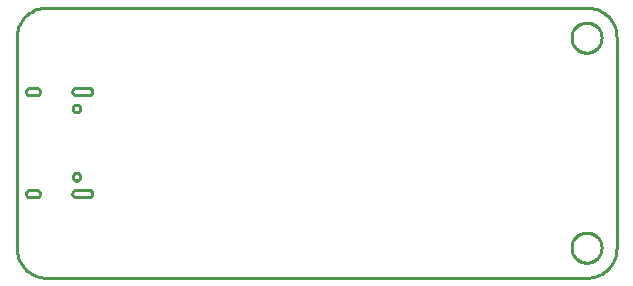
<source format=gbr>
G04 EAGLE Gerber RS-274X export*
G75*
%MOMM*%
%FSLAX34Y34*%
%LPD*%
%IN*%
%IPPOS*%
%AMOC8*
5,1,8,0,0,1.08239X$1,22.5*%
G01*
%ADD10C,0.254000*%


D10*
X0Y25400D02*
X97Y23186D01*
X386Y20989D01*
X865Y18826D01*
X1532Y16713D01*
X2380Y14666D01*
X3403Y12700D01*
X4594Y10831D01*
X5942Y9073D01*
X7440Y7440D01*
X9073Y5942D01*
X10831Y4594D01*
X12700Y3403D01*
X14666Y2380D01*
X16713Y1532D01*
X18826Y865D01*
X20989Y386D01*
X23186Y97D01*
X25400Y0D01*
X482600Y0D01*
X484814Y97D01*
X487011Y386D01*
X489174Y865D01*
X491287Y1532D01*
X493335Y2380D01*
X495300Y3403D01*
X497169Y4594D01*
X498927Y5942D01*
X500561Y7440D01*
X502058Y9073D01*
X503406Y10831D01*
X504597Y12700D01*
X505620Y14666D01*
X506468Y16713D01*
X507135Y18826D01*
X507614Y20989D01*
X507903Y23186D01*
X508000Y25400D01*
X508000Y203200D01*
X507903Y205414D01*
X507614Y207611D01*
X507135Y209774D01*
X506468Y211887D01*
X505620Y213935D01*
X504597Y215900D01*
X503406Y217769D01*
X502058Y219527D01*
X500561Y221161D01*
X498927Y222658D01*
X497169Y224006D01*
X495300Y225197D01*
X493335Y226220D01*
X491287Y227068D01*
X489174Y227735D01*
X487011Y228214D01*
X484814Y228503D01*
X482600Y228600D01*
X25400Y228600D01*
X23186Y228503D01*
X20989Y228214D01*
X18826Y227735D01*
X16713Y227068D01*
X14666Y226220D01*
X12700Y225197D01*
X10831Y224006D01*
X9073Y222658D01*
X7440Y221161D01*
X5942Y219527D01*
X4594Y217769D01*
X3403Y215900D01*
X2380Y213935D01*
X1532Y211887D01*
X865Y209774D01*
X386Y207611D01*
X97Y205414D01*
X0Y203200D01*
X0Y25400D01*
X47235Y157500D02*
X47246Y157239D01*
X47281Y156979D01*
X47337Y156724D01*
X47416Y156474D01*
X47516Y156232D01*
X47637Y156000D01*
X47778Y155779D01*
X47937Y155572D01*
X48114Y155379D01*
X48307Y155202D01*
X48514Y155043D01*
X48735Y154902D01*
X48967Y154781D01*
X49209Y154681D01*
X49459Y154602D01*
X49714Y154546D01*
X49974Y154511D01*
X50235Y154500D01*
X61235Y154500D01*
X61496Y154511D01*
X61756Y154546D01*
X62011Y154602D01*
X62261Y154681D01*
X62503Y154781D01*
X62735Y154902D01*
X62956Y155043D01*
X63163Y155202D01*
X63356Y155379D01*
X63533Y155572D01*
X63692Y155779D01*
X63833Y156000D01*
X63954Y156232D01*
X64054Y156474D01*
X64133Y156724D01*
X64189Y156979D01*
X64224Y157239D01*
X64235Y157500D01*
X64224Y157761D01*
X64189Y158021D01*
X64133Y158276D01*
X64054Y158526D01*
X63954Y158768D01*
X63833Y159000D01*
X63692Y159221D01*
X63533Y159428D01*
X63356Y159621D01*
X63163Y159798D01*
X62956Y159957D01*
X62735Y160098D01*
X62503Y160219D01*
X62261Y160319D01*
X62011Y160398D01*
X61756Y160454D01*
X61496Y160489D01*
X61235Y160500D01*
X50235Y160500D01*
X49974Y160489D01*
X49714Y160454D01*
X49459Y160398D01*
X49209Y160319D01*
X48967Y160219D01*
X48735Y160098D01*
X48514Y159957D01*
X48307Y159798D01*
X48114Y159621D01*
X47937Y159428D01*
X47778Y159221D01*
X47637Y159000D01*
X47516Y158768D01*
X47416Y158526D01*
X47337Y158276D01*
X47281Y158021D01*
X47246Y157761D01*
X47235Y157500D01*
X47235Y71100D02*
X47246Y70839D01*
X47281Y70579D01*
X47337Y70324D01*
X47416Y70074D01*
X47516Y69832D01*
X47637Y69600D01*
X47778Y69379D01*
X47937Y69172D01*
X48114Y68979D01*
X48307Y68802D01*
X48514Y68643D01*
X48735Y68502D01*
X48967Y68381D01*
X49209Y68281D01*
X49459Y68202D01*
X49714Y68146D01*
X49974Y68111D01*
X50235Y68100D01*
X61235Y68100D01*
X61496Y68111D01*
X61756Y68146D01*
X62011Y68202D01*
X62261Y68281D01*
X62503Y68381D01*
X62735Y68502D01*
X62956Y68643D01*
X63163Y68802D01*
X63356Y68979D01*
X63533Y69172D01*
X63692Y69379D01*
X63833Y69600D01*
X63954Y69832D01*
X64054Y70074D01*
X64133Y70324D01*
X64189Y70579D01*
X64224Y70839D01*
X64235Y71100D01*
X64224Y71361D01*
X64189Y71621D01*
X64133Y71876D01*
X64054Y72126D01*
X63954Y72368D01*
X63833Y72600D01*
X63692Y72821D01*
X63533Y73028D01*
X63356Y73221D01*
X63163Y73398D01*
X62956Y73557D01*
X62735Y73698D01*
X62503Y73819D01*
X62261Y73919D01*
X62011Y73998D01*
X61756Y74054D01*
X61496Y74089D01*
X61235Y74100D01*
X50235Y74100D01*
X49974Y74089D01*
X49714Y74054D01*
X49459Y73998D01*
X49209Y73919D01*
X48967Y73819D01*
X48735Y73698D01*
X48514Y73557D01*
X48307Y73398D01*
X48114Y73221D01*
X47937Y73028D01*
X47778Y72821D01*
X47637Y72600D01*
X47516Y72368D01*
X47416Y72126D01*
X47337Y71876D01*
X47281Y71621D01*
X47246Y71361D01*
X47235Y71100D01*
X7935Y71100D02*
X7946Y70839D01*
X7981Y70579D01*
X8037Y70324D01*
X8116Y70074D01*
X8216Y69832D01*
X8337Y69600D01*
X8478Y69379D01*
X8637Y69172D01*
X8814Y68979D01*
X9007Y68802D01*
X9214Y68643D01*
X9435Y68502D01*
X9667Y68381D01*
X9909Y68281D01*
X10159Y68202D01*
X10414Y68146D01*
X10674Y68111D01*
X10935Y68100D01*
X16935Y68100D01*
X17196Y68111D01*
X17456Y68146D01*
X17711Y68202D01*
X17961Y68281D01*
X18203Y68381D01*
X18435Y68502D01*
X18656Y68643D01*
X18863Y68802D01*
X19056Y68979D01*
X19233Y69172D01*
X19392Y69379D01*
X19533Y69600D01*
X19654Y69832D01*
X19754Y70074D01*
X19833Y70324D01*
X19889Y70579D01*
X19924Y70839D01*
X19935Y71100D01*
X19924Y71361D01*
X19889Y71621D01*
X19833Y71876D01*
X19754Y72126D01*
X19654Y72368D01*
X19533Y72600D01*
X19392Y72821D01*
X19233Y73028D01*
X19056Y73221D01*
X18863Y73398D01*
X18656Y73557D01*
X18435Y73698D01*
X18203Y73819D01*
X17961Y73919D01*
X17711Y73998D01*
X17456Y74054D01*
X17196Y74089D01*
X16935Y74100D01*
X10935Y74100D01*
X10674Y74089D01*
X10414Y74054D01*
X10159Y73998D01*
X9909Y73919D01*
X9667Y73819D01*
X9435Y73698D01*
X9214Y73557D01*
X9007Y73398D01*
X8814Y73221D01*
X8637Y73028D01*
X8478Y72821D01*
X8337Y72600D01*
X8216Y72368D01*
X8116Y72126D01*
X8037Y71876D01*
X7981Y71621D01*
X7946Y71361D01*
X7935Y71100D01*
X7935Y157500D02*
X7946Y157239D01*
X7981Y156979D01*
X8037Y156724D01*
X8116Y156474D01*
X8216Y156232D01*
X8337Y156000D01*
X8478Y155779D01*
X8637Y155572D01*
X8814Y155379D01*
X9007Y155202D01*
X9214Y155043D01*
X9435Y154902D01*
X9667Y154781D01*
X9909Y154681D01*
X10159Y154602D01*
X10414Y154546D01*
X10674Y154511D01*
X10935Y154500D01*
X16935Y154500D01*
X17196Y154511D01*
X17456Y154546D01*
X17711Y154602D01*
X17961Y154681D01*
X18203Y154781D01*
X18435Y154902D01*
X18656Y155043D01*
X18863Y155202D01*
X19056Y155379D01*
X19233Y155572D01*
X19392Y155779D01*
X19533Y156000D01*
X19654Y156232D01*
X19754Y156474D01*
X19833Y156724D01*
X19889Y156979D01*
X19924Y157239D01*
X19935Y157500D01*
X19924Y157761D01*
X19889Y158021D01*
X19833Y158276D01*
X19754Y158526D01*
X19654Y158768D01*
X19533Y159000D01*
X19392Y159221D01*
X19233Y159428D01*
X19056Y159621D01*
X18863Y159798D01*
X18656Y159957D01*
X18435Y160098D01*
X18203Y160219D01*
X17961Y160319D01*
X17711Y160398D01*
X17456Y160454D01*
X17196Y160489D01*
X16935Y160500D01*
X10935Y160500D01*
X10674Y160489D01*
X10414Y160454D01*
X10159Y160398D01*
X9909Y160319D01*
X9667Y160219D01*
X9435Y160098D01*
X9214Y159957D01*
X9007Y159798D01*
X8814Y159621D01*
X8637Y159428D01*
X8478Y159221D01*
X8337Y159000D01*
X8216Y158768D01*
X8116Y158526D01*
X8037Y158276D01*
X7981Y158021D01*
X7946Y157761D01*
X7935Y157500D01*
X495300Y202701D02*
X495222Y201706D01*
X495066Y200720D01*
X494833Y199750D01*
X494524Y198801D01*
X494142Y197879D01*
X493689Y196990D01*
X493168Y196139D01*
X492581Y195331D01*
X491933Y194573D01*
X491227Y193867D01*
X490469Y193219D01*
X489661Y192632D01*
X488810Y192111D01*
X487921Y191658D01*
X486999Y191276D01*
X486050Y190967D01*
X485080Y190734D01*
X484094Y190578D01*
X483099Y190500D01*
X482101Y190500D01*
X481106Y190578D01*
X480120Y190734D01*
X479150Y190967D01*
X478201Y191276D01*
X477279Y191658D01*
X476390Y192111D01*
X475539Y192632D01*
X474731Y193219D01*
X473973Y193867D01*
X473267Y194573D01*
X472619Y195331D01*
X472032Y196139D01*
X471511Y196990D01*
X471058Y197879D01*
X470676Y198801D01*
X470367Y199750D01*
X470134Y200720D01*
X469978Y201706D01*
X469900Y202701D01*
X469900Y203699D01*
X469978Y204694D01*
X470134Y205680D01*
X470367Y206650D01*
X470676Y207599D01*
X471058Y208521D01*
X471511Y209410D01*
X472032Y210261D01*
X472619Y211069D01*
X473267Y211827D01*
X473973Y212533D01*
X474731Y213181D01*
X475539Y213768D01*
X476390Y214289D01*
X477279Y214742D01*
X478201Y215124D01*
X479150Y215433D01*
X480120Y215666D01*
X481106Y215822D01*
X482101Y215900D01*
X483099Y215900D01*
X484094Y215822D01*
X485080Y215666D01*
X486050Y215433D01*
X486999Y215124D01*
X487921Y214742D01*
X488810Y214289D01*
X489661Y213768D01*
X490469Y213181D01*
X491227Y212533D01*
X491933Y211827D01*
X492581Y211069D01*
X493168Y210261D01*
X493689Y209410D01*
X494142Y208521D01*
X494524Y207599D01*
X494833Y206650D01*
X495066Y205680D01*
X495222Y204694D01*
X495300Y203699D01*
X495300Y202701D01*
X495300Y24901D02*
X495222Y23906D01*
X495066Y22920D01*
X494833Y21950D01*
X494524Y21001D01*
X494142Y20079D01*
X493689Y19190D01*
X493168Y18339D01*
X492581Y17531D01*
X491933Y16773D01*
X491227Y16067D01*
X490469Y15419D01*
X489661Y14832D01*
X488810Y14311D01*
X487921Y13858D01*
X486999Y13476D01*
X486050Y13167D01*
X485080Y12934D01*
X484094Y12778D01*
X483099Y12700D01*
X482101Y12700D01*
X481106Y12778D01*
X480120Y12934D01*
X479150Y13167D01*
X478201Y13476D01*
X477279Y13858D01*
X476390Y14311D01*
X475539Y14832D01*
X474731Y15419D01*
X473973Y16067D01*
X473267Y16773D01*
X472619Y17531D01*
X472032Y18339D01*
X471511Y19190D01*
X471058Y20079D01*
X470676Y21001D01*
X470367Y21950D01*
X470134Y22920D01*
X469978Y23906D01*
X469900Y24901D01*
X469900Y25899D01*
X469978Y26894D01*
X470134Y27880D01*
X470367Y28850D01*
X470676Y29799D01*
X471058Y30721D01*
X471511Y31610D01*
X472032Y32461D01*
X472619Y33269D01*
X473267Y34027D01*
X473973Y34733D01*
X474731Y35381D01*
X475539Y35968D01*
X476390Y36489D01*
X477279Y36942D01*
X478201Y37324D01*
X479150Y37633D01*
X480120Y37866D01*
X481106Y38022D01*
X482101Y38100D01*
X483099Y38100D01*
X484094Y38022D01*
X485080Y37866D01*
X486050Y37633D01*
X486999Y37324D01*
X487921Y36942D01*
X488810Y36489D01*
X489661Y35968D01*
X490469Y35381D01*
X491227Y34733D01*
X491933Y34027D01*
X492581Y33269D01*
X493168Y32461D01*
X493689Y31610D01*
X494142Y30721D01*
X494524Y29799D01*
X494833Y28850D01*
X495066Y27880D01*
X495222Y26894D01*
X495300Y25899D01*
X495300Y24901D01*
X50522Y82150D02*
X50100Y82206D01*
X49688Y82316D01*
X49294Y82479D01*
X48926Y82692D01*
X48588Y82951D01*
X48286Y83253D01*
X48027Y83591D01*
X47814Y83959D01*
X47651Y84353D01*
X47541Y84765D01*
X47485Y85187D01*
X47485Y85613D01*
X47541Y86035D01*
X47651Y86447D01*
X47814Y86841D01*
X48027Y87209D01*
X48286Y87547D01*
X48588Y87849D01*
X48926Y88108D01*
X49294Y88321D01*
X49688Y88484D01*
X50100Y88594D01*
X50522Y88650D01*
X50948Y88650D01*
X51370Y88594D01*
X51782Y88484D01*
X52176Y88321D01*
X52544Y88108D01*
X52882Y87849D01*
X53184Y87547D01*
X53443Y87209D01*
X53656Y86841D01*
X53819Y86447D01*
X53929Y86035D01*
X53985Y85613D01*
X53985Y85187D01*
X53929Y84765D01*
X53819Y84353D01*
X53656Y83959D01*
X53443Y83591D01*
X53184Y83253D01*
X52882Y82951D01*
X52544Y82692D01*
X52176Y82479D01*
X51782Y82316D01*
X51370Y82206D01*
X50948Y82150D01*
X50522Y82150D01*
X50522Y139950D02*
X50100Y140006D01*
X49688Y140116D01*
X49294Y140279D01*
X48926Y140492D01*
X48588Y140751D01*
X48286Y141053D01*
X48027Y141391D01*
X47814Y141759D01*
X47651Y142153D01*
X47541Y142565D01*
X47485Y142987D01*
X47485Y143413D01*
X47541Y143835D01*
X47651Y144247D01*
X47814Y144641D01*
X48027Y145009D01*
X48286Y145347D01*
X48588Y145649D01*
X48926Y145908D01*
X49294Y146121D01*
X49688Y146284D01*
X50100Y146394D01*
X50522Y146450D01*
X50948Y146450D01*
X51370Y146394D01*
X51782Y146284D01*
X52176Y146121D01*
X52544Y145908D01*
X52882Y145649D01*
X53184Y145347D01*
X53443Y145009D01*
X53656Y144641D01*
X53819Y144247D01*
X53929Y143835D01*
X53985Y143413D01*
X53985Y142987D01*
X53929Y142565D01*
X53819Y142153D01*
X53656Y141759D01*
X53443Y141391D01*
X53184Y141053D01*
X52882Y140751D01*
X52544Y140492D01*
X52176Y140279D01*
X51782Y140116D01*
X51370Y140006D01*
X50948Y139950D01*
X50522Y139950D01*
M02*

</source>
